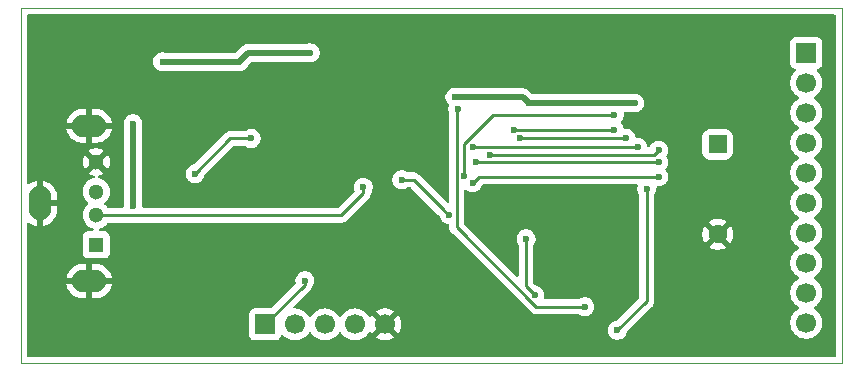
<source format=gbr>
%TF.GenerationSoftware,KiCad,Pcbnew,9.0.2*%
%TF.CreationDate,2025-10-23T03:25:40+03:00*%
%TF.ProjectId,stlinkv2,73746c69-6e6b-4763-922e-6b696361645f,rev?*%
%TF.SameCoordinates,Original*%
%TF.FileFunction,Copper,L2,Bot*%
%TF.FilePolarity,Positive*%
%FSLAX46Y46*%
G04 Gerber Fmt 4.6, Leading zero omitted, Abs format (unit mm)*
G04 Created by KiCad (PCBNEW 9.0.2) date 2025-10-23 03:25:40*
%MOMM*%
%LPD*%
G01*
G04 APERTURE LIST*
G04 Aperture macros list*
%AMRoundRect*
0 Rectangle with rounded corners*
0 $1 Rounding radius*
0 $2 $3 $4 $5 $6 $7 $8 $9 X,Y pos of 4 corners*
0 Add a 4 corners polygon primitive as box body*
4,1,4,$2,$3,$4,$5,$6,$7,$8,$9,$2,$3,0*
0 Add four circle primitives for the rounded corners*
1,1,$1+$1,$2,$3*
1,1,$1+$1,$4,$5*
1,1,$1+$1,$6,$7*
1,1,$1+$1,$8,$9*
0 Add four rect primitives between the rounded corners*
20,1,$1+$1,$2,$3,$4,$5,0*
20,1,$1+$1,$4,$5,$6,$7,0*
20,1,$1+$1,$6,$7,$8,$9,0*
20,1,$1+$1,$8,$9,$2,$3,0*%
G04 Aperture macros list end*
%TA.AperFunction,ComponentPad*%
%ADD10R,1.300000X1.300000*%
%TD*%
%TA.AperFunction,ComponentPad*%
%ADD11C,1.300000*%
%TD*%
%TA.AperFunction,ComponentPad*%
%ADD12O,2.900000X1.900000*%
%TD*%
%TA.AperFunction,ComponentPad*%
%ADD13O,1.900000X2.900000*%
%TD*%
%TA.AperFunction,ComponentPad*%
%ADD14R,1.700000X1.700000*%
%TD*%
%TA.AperFunction,ComponentPad*%
%ADD15C,1.700000*%
%TD*%
%TA.AperFunction,ComponentPad*%
%ADD16RoundRect,0.250000X-0.550000X0.550000X-0.550000X-0.550000X0.550000X-0.550000X0.550000X0.550000X0*%
%TD*%
%TA.AperFunction,ComponentPad*%
%ADD17C,1.600000*%
%TD*%
%TA.AperFunction,ViaPad*%
%ADD18C,0.600000*%
%TD*%
%TA.AperFunction,Conductor*%
%ADD19C,0.250000*%
%TD*%
%TA.AperFunction,Conductor*%
%ADD20C,0.500000*%
%TD*%
%TA.AperFunction,Profile*%
%ADD21C,0.050000*%
%TD*%
G04 APERTURE END LIST*
D10*
%TO.P,J4,1,VBUS*%
%TO.N,VBUS*%
X57385000Y-39000000D03*
D11*
%TO.P,J4,2,D-*%
%TO.N,D-*%
X57385000Y-36500000D03*
%TO.P,J4,3,D+*%
%TO.N,D+*%
X57385000Y-34500000D03*
%TO.P,J4,4,GND*%
%TO.N,GND*%
X57385000Y-32000000D03*
D12*
%TO.P,J4,5,Shield*%
X56785000Y-42070000D03*
D13*
X52605000Y-35500000D03*
D12*
X56785000Y-28930000D03*
%TD*%
D14*
%TO.P,J2,1,Pin_1*%
%TO.N,+3.3V*%
X71670000Y-45750000D03*
D15*
%TO.P,J2,2,Pin_2*%
%TO.N,DIO*%
X74210000Y-45750000D03*
%TO.P,J2,3,Pin_3*%
%TO.N,CLK*%
X76750000Y-45750000D03*
%TO.P,J2,4,Pin_4*%
%TO.N,B0*%
X79290000Y-45750000D03*
%TO.P,J2,5,Pin_5*%
%TO.N,GND*%
X81830000Y-45750000D03*
%TD*%
D14*
%TO.P,J1,1,Pin_1*%
%TO.N,+5V*%
X117500000Y-22750000D03*
D15*
%TO.P,J1,2,Pin_2*%
%TO.N,+3.3V*%
X117500000Y-25290000D03*
%TO.P,J1,3,Pin_3*%
%TO.N,T_PWR*%
X117500000Y-27830000D03*
%TO.P,J1,4,Pin_4*%
%TO.N,Net-(J1-Pin_4)*%
X117500000Y-30370000D03*
%TO.P,J1,5,Pin_5*%
%TO.N,T_CLK*%
X117500000Y-32910000D03*
%TO.P,J1,6,Pin_6*%
%TO.N,T_DIO*%
X117500000Y-35450000D03*
%TO.P,J1,7,Pin_7*%
%TO.N,T_SWO*%
X117500000Y-37990000D03*
%TO.P,J1,8,Pin_8*%
%TO.N,T_RST*%
X117500000Y-40530000D03*
%TO.P,J1,9,Pin_9*%
%TO.N,T_TX*%
X117500000Y-43070000D03*
%TO.P,J1,10,Pin_10*%
%TO.N,T_RX*%
X117500000Y-45610000D03*
%TD*%
D16*
%TO.P,SW1,1,A*%
%TO.N,Net-(J1-Pin_4)*%
X110000000Y-30500000D03*
D17*
%TO.P,SW1,2,B*%
%TO.N,GND*%
X110000000Y-38120000D03*
%TD*%
D18*
%TO.N,GND*%
X85750000Y-27500000D03*
X76500000Y-25000000D03*
X89500000Y-35500000D03*
X83250000Y-37250000D03*
X86250000Y-24250000D03*
X86750000Y-32500000D03*
X91250000Y-39000000D03*
X91250000Y-35500000D03*
%TO.N,+3.3V*%
X93775000Y-38500000D03*
X87750000Y-26500000D03*
X97250000Y-27000000D03*
X103000000Y-27000000D03*
X75049209Y-42049209D03*
X93987500Y-27012500D03*
X94500000Y-43250000D03*
%TO.N,+5V*%
X63000000Y-23500000D03*
X75500000Y-22750000D03*
X69500000Y-23500000D03*
%TO.N,LED*%
X101250000Y-28000000D03*
X88500000Y-33145000D03*
%TO.N,VBUS*%
X60500000Y-35750000D03*
X60500000Y-28750000D03*
%TO.N,T_TX*%
X93250000Y-30000000D03*
X102250000Y-30000000D03*
%TO.N,T_SWO*%
X89250000Y-33750000D03*
X105000000Y-33250000D03*
%TO.N,T_CLK*%
X90750000Y-31395000D03*
X105000000Y-31000000D03*
%TO.N,T_RX*%
X92750000Y-29250000D03*
X101250000Y-29250000D03*
%TO.N,T_DIO*%
X89500000Y-32000000D03*
X105000000Y-32000000D03*
%TO.N,T_RST*%
X103250000Y-30750000D03*
X89250000Y-30750000D03*
%TO.N,D-*%
X80000000Y-34145000D03*
%TO.N,T_PWR*%
X101500000Y-46250000D03*
X104000000Y-34250000D03*
%TO.N,Net-(JP1-C)*%
X88000000Y-27500000D03*
X98750000Y-44250000D03*
%TO.N,Net-(Q1-E)*%
X65750000Y-33000000D03*
X70500000Y-30000000D03*
%TO.N,RENUM*%
X87289000Y-36445000D03*
X83250000Y-33500000D03*
%TD*%
D19*
%TO.N,GND*%
X89500000Y-35500000D02*
X91250000Y-35500000D01*
X91250000Y-35500000D02*
X91250000Y-39000000D01*
D20*
%TO.N,+3.3V*%
X87750000Y-26500000D02*
X93475000Y-26500000D01*
D19*
X75049209Y-42370791D02*
X71670000Y-45750000D01*
X97237500Y-27012500D02*
X93987500Y-27012500D01*
D20*
X93475000Y-26500000D02*
X93987500Y-27012500D01*
D19*
X75049209Y-42049209D02*
X75049209Y-42370791D01*
X97250000Y-27000000D02*
X97237500Y-27012500D01*
X93775000Y-42525000D02*
X93775000Y-38500000D01*
X94500000Y-43250000D02*
X93775000Y-42525000D01*
D20*
X93987500Y-27012500D02*
X102987500Y-27012500D01*
D19*
X103000000Y-27000000D02*
X97250000Y-27000000D01*
D20*
X102987500Y-27012500D02*
X103000000Y-27000000D01*
%TO.N,+5V*%
X69500000Y-23500000D02*
X70250000Y-22750000D01*
X70250000Y-22750000D02*
X75500000Y-22750000D01*
X63000000Y-23500000D02*
X69500000Y-23500000D01*
D19*
%TO.N,LED*%
X91000000Y-28000000D02*
X101250000Y-28000000D01*
X88500000Y-30500000D02*
X91000000Y-28000000D01*
X88500000Y-33145000D02*
X88500000Y-30500000D01*
D20*
%TO.N,VBUS*%
X60500000Y-28750000D02*
X60500000Y-35750000D01*
D19*
%TO.N,T_TX*%
X102250000Y-30000000D02*
X93250000Y-30000000D01*
%TO.N,T_SWO*%
X89750000Y-33250000D02*
X105000000Y-33250000D01*
X89250000Y-33750000D02*
X89750000Y-33250000D01*
%TO.N,T_CLK*%
X104605000Y-31395000D02*
X90750000Y-31395000D01*
X105000000Y-31000000D02*
X104605000Y-31395000D01*
%TO.N,T_RX*%
X101250000Y-29250000D02*
X92750000Y-29250000D01*
%TO.N,T_DIO*%
X89500000Y-32000000D02*
X105000000Y-32000000D01*
%TO.N,T_RST*%
X103250000Y-30750000D02*
X89250000Y-30750000D01*
%TO.N,D-*%
X78145000Y-36500000D02*
X57385000Y-36500000D01*
X80000000Y-34645000D02*
X78145000Y-36500000D01*
X80000000Y-34145000D02*
X80000000Y-34645000D01*
%TO.N,T_PWR*%
X104000000Y-43750000D02*
X101500000Y-46250000D01*
X104000000Y-34250000D02*
X104000000Y-43750000D01*
%TO.N,Net-(JP1-C)*%
X87894000Y-27606000D02*
X87894000Y-37501014D01*
X87894000Y-37501014D02*
X94642986Y-44250000D01*
X88000000Y-27500000D02*
X87894000Y-27606000D01*
X94642986Y-44250000D02*
X98750000Y-44250000D01*
%TO.N,Net-(Q1-E)*%
X70500000Y-30000000D02*
X68750000Y-30000000D01*
X68750000Y-30000000D02*
X65750000Y-33000000D01*
%TO.N,RENUM*%
X87196414Y-36445000D02*
X86751414Y-36000000D01*
X86750000Y-36000000D02*
X84250000Y-33500000D01*
X84250000Y-33500000D02*
X83250000Y-33500000D01*
X87289000Y-36445000D02*
X87196414Y-36445000D01*
X86751414Y-36000000D02*
X86750000Y-36000000D01*
%TD*%
%TA.AperFunction,Conductor*%
%TO.N,GND*%
G36*
X119942539Y-19520185D02*
G01*
X119988294Y-19572989D01*
X119999500Y-19624500D01*
X119999500Y-48375500D01*
X119979815Y-48442539D01*
X119927011Y-48488294D01*
X119875500Y-48499500D01*
X51624500Y-48499500D01*
X51557461Y-48479815D01*
X51511706Y-48427011D01*
X51500500Y-48375500D01*
X51500500Y-44852135D01*
X70319500Y-44852135D01*
X70319500Y-46647870D01*
X70319501Y-46647876D01*
X70325908Y-46707483D01*
X70376202Y-46842328D01*
X70376206Y-46842335D01*
X70462452Y-46957544D01*
X70462455Y-46957547D01*
X70577664Y-47043793D01*
X70577671Y-47043797D01*
X70712517Y-47094091D01*
X70712516Y-47094091D01*
X70719444Y-47094835D01*
X70772127Y-47100500D01*
X72567872Y-47100499D01*
X72627483Y-47094091D01*
X72762331Y-47043796D01*
X72877546Y-46957546D01*
X72963796Y-46842331D01*
X73012810Y-46710916D01*
X73054681Y-46654984D01*
X73120145Y-46630566D01*
X73188418Y-46645417D01*
X73216673Y-46666569D01*
X73330213Y-46780109D01*
X73502179Y-46905048D01*
X73502181Y-46905049D01*
X73502184Y-46905051D01*
X73691588Y-47001557D01*
X73893757Y-47067246D01*
X74103713Y-47100500D01*
X74103714Y-47100500D01*
X74316286Y-47100500D01*
X74316287Y-47100500D01*
X74526243Y-47067246D01*
X74728412Y-47001557D01*
X74917816Y-46905051D01*
X75004138Y-46842335D01*
X75089786Y-46780109D01*
X75089788Y-46780106D01*
X75089792Y-46780104D01*
X75240104Y-46629792D01*
X75240106Y-46629788D01*
X75240109Y-46629786D01*
X75365048Y-46457820D01*
X75365047Y-46457820D01*
X75365051Y-46457816D01*
X75369514Y-46449054D01*
X75417488Y-46398259D01*
X75485308Y-46381463D01*
X75551444Y-46403999D01*
X75590486Y-46449056D01*
X75594951Y-46457820D01*
X75719890Y-46629786D01*
X75870213Y-46780109D01*
X76042179Y-46905048D01*
X76042181Y-46905049D01*
X76042184Y-46905051D01*
X76231588Y-47001557D01*
X76433757Y-47067246D01*
X76643713Y-47100500D01*
X76643714Y-47100500D01*
X76856286Y-47100500D01*
X76856287Y-47100500D01*
X77066243Y-47067246D01*
X77268412Y-47001557D01*
X77457816Y-46905051D01*
X77544138Y-46842335D01*
X77629786Y-46780109D01*
X77629788Y-46780106D01*
X77629792Y-46780104D01*
X77780104Y-46629792D01*
X77780106Y-46629788D01*
X77780109Y-46629786D01*
X77905048Y-46457820D01*
X77905047Y-46457820D01*
X77905051Y-46457816D01*
X77909514Y-46449054D01*
X77957488Y-46398259D01*
X78025308Y-46381463D01*
X78091444Y-46403999D01*
X78130486Y-46449056D01*
X78134951Y-46457820D01*
X78259890Y-46629786D01*
X78410213Y-46780109D01*
X78582179Y-46905048D01*
X78582181Y-46905049D01*
X78582184Y-46905051D01*
X78771588Y-47001557D01*
X78973757Y-47067246D01*
X79183713Y-47100500D01*
X79183714Y-47100500D01*
X79396286Y-47100500D01*
X79396287Y-47100500D01*
X79606243Y-47067246D01*
X79808412Y-47001557D01*
X79997816Y-46905051D01*
X80084138Y-46842335D01*
X80169786Y-46780109D01*
X80169788Y-46780106D01*
X80169792Y-46780104D01*
X80320104Y-46629792D01*
X80320106Y-46629788D01*
X80320109Y-46629786D01*
X80405890Y-46511717D01*
X80445051Y-46457816D01*
X80449793Y-46448508D01*
X80497763Y-46397711D01*
X80565583Y-46380911D01*
X80631719Y-46403445D01*
X80670763Y-46448500D01*
X80675373Y-46457547D01*
X80714728Y-46511716D01*
X81347037Y-45879408D01*
X81364075Y-45942993D01*
X81429901Y-46057007D01*
X81522993Y-46150099D01*
X81637007Y-46215925D01*
X81700590Y-46232962D01*
X81068282Y-46865269D01*
X81068282Y-46865270D01*
X81122449Y-46904624D01*
X81311782Y-47001095D01*
X81513870Y-47066757D01*
X81723754Y-47100000D01*
X81936246Y-47100000D01*
X82146127Y-47066757D01*
X82146130Y-47066757D01*
X82348217Y-47001095D01*
X82537554Y-46904622D01*
X82591716Y-46865270D01*
X82591717Y-46865270D01*
X81959408Y-46232962D01*
X82022993Y-46215925D01*
X82137007Y-46150099D01*
X82230099Y-46057007D01*
X82295925Y-45942993D01*
X82312962Y-45879408D01*
X82945270Y-46511717D01*
X82945270Y-46511716D01*
X82984622Y-46457554D01*
X83081095Y-46268217D01*
X83146757Y-46066130D01*
X83146757Y-46066127D01*
X83180000Y-45856246D01*
X83180000Y-45643753D01*
X83146757Y-45433872D01*
X83146757Y-45433869D01*
X83081095Y-45231782D01*
X82984624Y-45042449D01*
X82945270Y-44988282D01*
X82945269Y-44988282D01*
X82312962Y-45620590D01*
X82295925Y-45557007D01*
X82230099Y-45442993D01*
X82137007Y-45349901D01*
X82022993Y-45284075D01*
X81959409Y-45267037D01*
X82591716Y-44634728D01*
X82537550Y-44595375D01*
X82348217Y-44498904D01*
X82146129Y-44433242D01*
X81936246Y-44400000D01*
X81723754Y-44400000D01*
X81513872Y-44433242D01*
X81513869Y-44433242D01*
X81311782Y-44498904D01*
X81122439Y-44595380D01*
X81068282Y-44634727D01*
X81068282Y-44634728D01*
X81700591Y-45267037D01*
X81637007Y-45284075D01*
X81522993Y-45349901D01*
X81429901Y-45442993D01*
X81364075Y-45557007D01*
X81347037Y-45620591D01*
X80714728Y-44988282D01*
X80714727Y-44988282D01*
X80675380Y-45042440D01*
X80675376Y-45042446D01*
X80670760Y-45051505D01*
X80622781Y-45102297D01*
X80554959Y-45119087D01*
X80488826Y-45096543D01*
X80449794Y-45051493D01*
X80445051Y-45042184D01*
X80445049Y-45042181D01*
X80445048Y-45042179D01*
X80320109Y-44870213D01*
X80169786Y-44719890D01*
X79997820Y-44594951D01*
X79808414Y-44498444D01*
X79808413Y-44498443D01*
X79808412Y-44498443D01*
X79606243Y-44432754D01*
X79606241Y-44432753D01*
X79606240Y-44432753D01*
X79444957Y-44407208D01*
X79396287Y-44399500D01*
X79183713Y-44399500D01*
X79135042Y-44407208D01*
X78973760Y-44432753D01*
X78872672Y-44465598D01*
X78817612Y-44483489D01*
X78771585Y-44498444D01*
X78582179Y-44594951D01*
X78410213Y-44719890D01*
X78259890Y-44870213D01*
X78134949Y-45042182D01*
X78130484Y-45050946D01*
X78082509Y-45101742D01*
X78014688Y-45118536D01*
X77948553Y-45095998D01*
X77909516Y-45050946D01*
X77905050Y-45042182D01*
X77780109Y-44870213D01*
X77629786Y-44719890D01*
X77457820Y-44594951D01*
X77268414Y-44498444D01*
X77268413Y-44498443D01*
X77268412Y-44498443D01*
X77066243Y-44432754D01*
X77066241Y-44432753D01*
X77066240Y-44432753D01*
X76904957Y-44407208D01*
X76856287Y-44399500D01*
X76643713Y-44399500D01*
X76595042Y-44407208D01*
X76433760Y-44432753D01*
X76332672Y-44465598D01*
X76277612Y-44483489D01*
X76231585Y-44498444D01*
X76042179Y-44594951D01*
X75870213Y-44719890D01*
X75719890Y-44870213D01*
X75594949Y-45042182D01*
X75590484Y-45050946D01*
X75542509Y-45101742D01*
X75474688Y-45118536D01*
X75408553Y-45095998D01*
X75369516Y-45050946D01*
X75365050Y-45042182D01*
X75240109Y-44870213D01*
X75089786Y-44719890D01*
X74917820Y-44594951D01*
X74728414Y-44498444D01*
X74728413Y-44498443D01*
X74728412Y-44498443D01*
X74526243Y-44432754D01*
X74526241Y-44432753D01*
X74526240Y-44432753D01*
X74364957Y-44407208D01*
X74316287Y-44399500D01*
X74204451Y-44399500D01*
X74137412Y-44379815D01*
X74091657Y-44327011D01*
X74081713Y-44257853D01*
X74110738Y-44194297D01*
X74116770Y-44187819D01*
X74777361Y-43527228D01*
X75447938Y-42856651D01*
X75447942Y-42856649D01*
X75535067Y-42769524D01*
X75603520Y-42667077D01*
X75622436Y-42621407D01*
X75649316Y-42581179D01*
X75670998Y-42559498D01*
X75758603Y-42428388D01*
X75758604Y-42428383D01*
X75758609Y-42428376D01*
X75818944Y-42282710D01*
X75818946Y-42282706D01*
X75849709Y-42128051D01*
X75849709Y-41970367D01*
X75849709Y-41970364D01*
X75849708Y-41970362D01*
X75838686Y-41914951D01*
X75818946Y-41815712D01*
X75804799Y-41781557D01*
X75758606Y-41670036D01*
X75758599Y-41670023D01*
X75670998Y-41538920D01*
X75670995Y-41538916D01*
X75559501Y-41427422D01*
X75559497Y-41427419D01*
X75428394Y-41339818D01*
X75428381Y-41339811D01*
X75282710Y-41279473D01*
X75282698Y-41279470D01*
X75128054Y-41248709D01*
X75128051Y-41248709D01*
X74970367Y-41248709D01*
X74970364Y-41248709D01*
X74815719Y-41279470D01*
X74815707Y-41279473D01*
X74670036Y-41339811D01*
X74670023Y-41339818D01*
X74538920Y-41427419D01*
X74538916Y-41427422D01*
X74427422Y-41538916D01*
X74427419Y-41538920D01*
X74339818Y-41670023D01*
X74339811Y-41670036D01*
X74279473Y-41815707D01*
X74279470Y-41815719D01*
X74248709Y-41970362D01*
X74248709Y-41970367D01*
X74248709Y-42128051D01*
X74248710Y-42128055D01*
X74262100Y-42195374D01*
X74255871Y-42264965D01*
X74228163Y-42307245D01*
X72172227Y-44363181D01*
X72110904Y-44396666D01*
X72084546Y-44399500D01*
X70772129Y-44399500D01*
X70772123Y-44399501D01*
X70712516Y-44405908D01*
X70577671Y-44456202D01*
X70577664Y-44456206D01*
X70462455Y-44542452D01*
X70462452Y-44542455D01*
X70376206Y-44657664D01*
X70376202Y-44657671D01*
X70325908Y-44792517D01*
X70319501Y-44852116D01*
X70319500Y-44852135D01*
X51500500Y-44852135D01*
X51500500Y-41820000D01*
X54856522Y-41820000D01*
X55684999Y-41820000D01*
X55659979Y-41880402D01*
X55635000Y-42005981D01*
X55635000Y-42134019D01*
X55659979Y-42259598D01*
X55684999Y-42320000D01*
X54856522Y-42320000D01*
X54870704Y-42409544D01*
X54941230Y-42626604D01*
X55044849Y-42829966D01*
X55179004Y-43014614D01*
X55340385Y-43175995D01*
X55525033Y-43310150D01*
X55728395Y-43413769D01*
X55945455Y-43484295D01*
X56170884Y-43520000D01*
X56535000Y-43520000D01*
X56535000Y-42720000D01*
X57035000Y-42720000D01*
X57035000Y-43520000D01*
X57399116Y-43520000D01*
X57624544Y-43484295D01*
X57841604Y-43413769D01*
X58044966Y-43310150D01*
X58229614Y-43175995D01*
X58390995Y-43014614D01*
X58525150Y-42829966D01*
X58628769Y-42626604D01*
X58699295Y-42409544D01*
X58713478Y-42320000D01*
X57885001Y-42320000D01*
X57910021Y-42259598D01*
X57935000Y-42134019D01*
X57935000Y-42005981D01*
X57910021Y-41880402D01*
X57885001Y-41820000D01*
X58713478Y-41820000D01*
X58699295Y-41730455D01*
X58628769Y-41513395D01*
X58525150Y-41310033D01*
X58390995Y-41125385D01*
X58229614Y-40964004D01*
X58044966Y-40829849D01*
X57841604Y-40726230D01*
X57624544Y-40655704D01*
X57399116Y-40620000D01*
X57035000Y-40620000D01*
X57035000Y-41420000D01*
X56535000Y-41420000D01*
X56535000Y-40620000D01*
X56170884Y-40620000D01*
X55945455Y-40655704D01*
X55728395Y-40726230D01*
X55525033Y-40829849D01*
X55340385Y-40964004D01*
X55179004Y-41125385D01*
X55044849Y-41310033D01*
X54941230Y-41513395D01*
X54870704Y-41730455D01*
X54856522Y-41820000D01*
X51500500Y-41820000D01*
X51500500Y-37233196D01*
X51520185Y-37166157D01*
X51572989Y-37120402D01*
X51642147Y-37110458D01*
X51697386Y-37132878D01*
X51845033Y-37240150D01*
X52048395Y-37343769D01*
X52265455Y-37414295D01*
X52355000Y-37428478D01*
X52355000Y-36600001D01*
X52415402Y-36625021D01*
X52540981Y-36650000D01*
X52669019Y-36650000D01*
X52794598Y-36625021D01*
X52855000Y-36600001D01*
X52855000Y-37428477D01*
X52944544Y-37414295D01*
X53161604Y-37343769D01*
X53364966Y-37240150D01*
X53549614Y-37105995D01*
X53710995Y-36944614D01*
X53845150Y-36759966D01*
X53948769Y-36556604D01*
X54019295Y-36339544D01*
X54055000Y-36114116D01*
X54055000Y-35750000D01*
X53255000Y-35750000D01*
X53255000Y-35250000D01*
X54055000Y-35250000D01*
X54055000Y-34885883D01*
X54019295Y-34660455D01*
X53948768Y-34443393D01*
X53931472Y-34409448D01*
X56234500Y-34409448D01*
X56234500Y-34590551D01*
X56262829Y-34769410D01*
X56318787Y-34941636D01*
X56318788Y-34941639D01*
X56401006Y-35102997D01*
X56507441Y-35249494D01*
X56507445Y-35249499D01*
X56635500Y-35377554D01*
X56665956Y-35399682D01*
X56708621Y-35455013D01*
X56714600Y-35524626D01*
X56681994Y-35586421D01*
X56665956Y-35600318D01*
X56635500Y-35622445D01*
X56507445Y-35750500D01*
X56507441Y-35750505D01*
X56401006Y-35897002D01*
X56318788Y-36058360D01*
X56318787Y-36058363D01*
X56262829Y-36230589D01*
X56234500Y-36409448D01*
X56234500Y-36590551D01*
X56262829Y-36769410D01*
X56318787Y-36941636D01*
X56318788Y-36941639D01*
X56401006Y-37102997D01*
X56507441Y-37249494D01*
X56507445Y-37249499D01*
X56635500Y-37377554D01*
X56635505Y-37377558D01*
X56719584Y-37438644D01*
X56782006Y-37483996D01*
X56887484Y-37537740D01*
X56943360Y-37566211D01*
X56943366Y-37566213D01*
X57070650Y-37607569D01*
X57128326Y-37647006D01*
X57155525Y-37711364D01*
X57143611Y-37780210D01*
X57096367Y-37831687D01*
X57032333Y-37849500D01*
X56687130Y-37849500D01*
X56687123Y-37849501D01*
X56627516Y-37855908D01*
X56492671Y-37906202D01*
X56492664Y-37906206D01*
X56377455Y-37992452D01*
X56377452Y-37992455D01*
X56291206Y-38107664D01*
X56291202Y-38107671D01*
X56240908Y-38242517D01*
X56234501Y-38302116D01*
X56234501Y-38302123D01*
X56234500Y-38302135D01*
X56234500Y-39697870D01*
X56234501Y-39697876D01*
X56240908Y-39757483D01*
X56291202Y-39892328D01*
X56291206Y-39892335D01*
X56377452Y-40007544D01*
X56377455Y-40007547D01*
X56492664Y-40093793D01*
X56492671Y-40093797D01*
X56627517Y-40144091D01*
X56627516Y-40144091D01*
X56634444Y-40144835D01*
X56687127Y-40150500D01*
X58082872Y-40150499D01*
X58142483Y-40144091D01*
X58277331Y-40093796D01*
X58392546Y-40007546D01*
X58478796Y-39892331D01*
X58529091Y-39757483D01*
X58535500Y-39697873D01*
X58535499Y-38302128D01*
X58529091Y-38242517D01*
X58503036Y-38172661D01*
X58478797Y-38107671D01*
X58478793Y-38107664D01*
X58392547Y-37992455D01*
X58392544Y-37992452D01*
X58277335Y-37906206D01*
X58277328Y-37906202D01*
X58142482Y-37855908D01*
X58142483Y-37855908D01*
X58082883Y-37849501D01*
X58082881Y-37849500D01*
X58082873Y-37849500D01*
X58082865Y-37849500D01*
X57737668Y-37849500D01*
X57670629Y-37829815D01*
X57624874Y-37777011D01*
X57614930Y-37707853D01*
X57643955Y-37644297D01*
X57699351Y-37607569D01*
X57826633Y-37566213D01*
X57826639Y-37566211D01*
X57833685Y-37562621D01*
X57987994Y-37483996D01*
X58134501Y-37377553D01*
X58262553Y-37249501D01*
X58315509Y-37176613D01*
X58370838Y-37133949D01*
X58415826Y-37125500D01*
X78206607Y-37125500D01*
X78267029Y-37113481D01*
X78327452Y-37101463D01*
X78360792Y-37087652D01*
X78441286Y-37054312D01*
X78499884Y-37015157D01*
X78543733Y-36985858D01*
X78630858Y-36898733D01*
X78630859Y-36898730D01*
X78637925Y-36891665D01*
X78637928Y-36891661D01*
X80398729Y-35130860D01*
X80398733Y-35130858D01*
X80485858Y-35043733D01*
X80520084Y-34992509D01*
X80554312Y-34941286D01*
X80601463Y-34827451D01*
X80625500Y-34706607D01*
X80625500Y-34687350D01*
X80645185Y-34620311D01*
X80646398Y-34618459D01*
X80646809Y-34617843D01*
X80709394Y-34524179D01*
X80769737Y-34378497D01*
X80800500Y-34223842D01*
X80800500Y-34066158D01*
X80800500Y-34066155D01*
X80800499Y-34066153D01*
X80784058Y-33983498D01*
X80769737Y-33911503D01*
X80751354Y-33867121D01*
X80709397Y-33765827D01*
X80709390Y-33765814D01*
X80621789Y-33634711D01*
X80621786Y-33634707D01*
X80510292Y-33523213D01*
X80510284Y-33523207D01*
X80502792Y-33518201D01*
X80502742Y-33518168D01*
X80379185Y-33435609D01*
X80379172Y-33435602D01*
X80344289Y-33421153D01*
X82449500Y-33421153D01*
X82449500Y-33578846D01*
X82480261Y-33733489D01*
X82480264Y-33733501D01*
X82540602Y-33879172D01*
X82540609Y-33879185D01*
X82628210Y-34010288D01*
X82628213Y-34010292D01*
X82739707Y-34121786D01*
X82739711Y-34121789D01*
X82870814Y-34209390D01*
X82870827Y-34209397D01*
X83016498Y-34269735D01*
X83016503Y-34269737D01*
X83171153Y-34300499D01*
X83171156Y-34300500D01*
X83171158Y-34300500D01*
X83328844Y-34300500D01*
X83328845Y-34300499D01*
X83483497Y-34269737D01*
X83629179Y-34209394D01*
X83723459Y-34146398D01*
X83741505Y-34140747D01*
X83757415Y-34130523D01*
X83788374Y-34126071D01*
X83790136Y-34125520D01*
X83792350Y-34125500D01*
X83939548Y-34125500D01*
X84006587Y-34145185D01*
X84027229Y-34161819D01*
X86261016Y-36395606D01*
X86261030Y-36395621D01*
X86264141Y-36398732D01*
X86264142Y-36398733D01*
X86351267Y-36485858D01*
X86351271Y-36485860D01*
X86354448Y-36488468D01*
X86363465Y-36496641D01*
X86486194Y-36619370D01*
X86515606Y-36673235D01*
X86517493Y-36672663D01*
X86519263Y-36678499D01*
X86579602Y-36824172D01*
X86579609Y-36824185D01*
X86667210Y-36955288D01*
X86667213Y-36955292D01*
X86778707Y-37066786D01*
X86778711Y-37066789D01*
X86909814Y-37154390D01*
X86909827Y-37154397D01*
X87055498Y-37214735D01*
X87055503Y-37214737D01*
X87114943Y-37226560D01*
X87168691Y-37237252D01*
X87230602Y-37269637D01*
X87265176Y-37330352D01*
X87268500Y-37358869D01*
X87268500Y-37562625D01*
X87292535Y-37683458D01*
X87292540Y-37683475D01*
X87339685Y-37797294D01*
X87339687Y-37797297D01*
X87339688Y-37797300D01*
X87373915Y-37848523D01*
X87408142Y-37899747D01*
X87495267Y-37986872D01*
X87495269Y-37986873D01*
X87505232Y-37996836D01*
X94244249Y-44735855D01*
X94244253Y-44735858D01*
X94346696Y-44804309D01*
X94346697Y-44804309D01*
X94346701Y-44804312D01*
X94400184Y-44826465D01*
X94460534Y-44851463D01*
X94480583Y-44855451D01*
X94489004Y-44857126D01*
X94581378Y-44875501D01*
X94581380Y-44875501D01*
X94710707Y-44875501D01*
X94710727Y-44875500D01*
X98207650Y-44875500D01*
X98274689Y-44895185D01*
X98276541Y-44896398D01*
X98370821Y-44959394D01*
X98370823Y-44959395D01*
X98370827Y-44959397D01*
X98440563Y-44988282D01*
X98516503Y-45019737D01*
X98671153Y-45050499D01*
X98671156Y-45050500D01*
X98671158Y-45050500D01*
X98828844Y-45050500D01*
X98828845Y-45050499D01*
X98983497Y-45019737D01*
X99129179Y-44959394D01*
X99260289Y-44871789D01*
X99371789Y-44760289D01*
X99459394Y-44629179D01*
X99519737Y-44483497D01*
X99550500Y-44328842D01*
X99550500Y-44171158D01*
X99550500Y-44171155D01*
X99550499Y-44171153D01*
X99531968Y-44077994D01*
X99519737Y-44016503D01*
X99484925Y-43932459D01*
X99459397Y-43870827D01*
X99459390Y-43870814D01*
X99371789Y-43739711D01*
X99371786Y-43739707D01*
X99260292Y-43628213D01*
X99260288Y-43628210D01*
X99129185Y-43540609D01*
X99129172Y-43540602D01*
X98983501Y-43480264D01*
X98983489Y-43480261D01*
X98828845Y-43449500D01*
X98828842Y-43449500D01*
X98671158Y-43449500D01*
X98671155Y-43449500D01*
X98516510Y-43480261D01*
X98516498Y-43480264D01*
X98370827Y-43540602D01*
X98370815Y-43540609D01*
X98276541Y-43603602D01*
X98209864Y-43624480D01*
X98207650Y-43624500D01*
X95392784Y-43624500D01*
X95325745Y-43604815D01*
X95279990Y-43552011D01*
X95270046Y-43482853D01*
X95271167Y-43476308D01*
X95300500Y-43328844D01*
X95300500Y-43171155D01*
X95300499Y-43171153D01*
X95269738Y-43016510D01*
X95269737Y-43016503D01*
X95247871Y-42963713D01*
X95209397Y-42870827D01*
X95209390Y-42870814D01*
X95121789Y-42739711D01*
X95121786Y-42739707D01*
X95010292Y-42628213D01*
X95010288Y-42628210D01*
X94879185Y-42540609D01*
X94879172Y-42540602D01*
X94733501Y-42480264D01*
X94733489Y-42480261D01*
X94622285Y-42458141D01*
X94605528Y-42449376D01*
X94587049Y-42445356D01*
X94562010Y-42426611D01*
X94560374Y-42425756D01*
X94558795Y-42424205D01*
X94436819Y-42302229D01*
X94403334Y-42240906D01*
X94400500Y-42214548D01*
X94400500Y-39042350D01*
X94420185Y-38975311D01*
X94421398Y-38973459D01*
X94421809Y-38972843D01*
X94484394Y-38879179D01*
X94544737Y-38733497D01*
X94575500Y-38578842D01*
X94575500Y-38421158D01*
X94575500Y-38421155D01*
X94575499Y-38421153D01*
X94552641Y-38306239D01*
X94544737Y-38266503D01*
X94505867Y-38172661D01*
X94484397Y-38120827D01*
X94484390Y-38120814D01*
X94396789Y-37989711D01*
X94396786Y-37989707D01*
X94285292Y-37878213D01*
X94285288Y-37878210D01*
X94154185Y-37790609D01*
X94154172Y-37790602D01*
X94008501Y-37730264D01*
X94008489Y-37730261D01*
X93853845Y-37699500D01*
X93853842Y-37699500D01*
X93696158Y-37699500D01*
X93696155Y-37699500D01*
X93541510Y-37730261D01*
X93541498Y-37730264D01*
X93395827Y-37790602D01*
X93395814Y-37790609D01*
X93264711Y-37878210D01*
X93264707Y-37878213D01*
X93153213Y-37989707D01*
X93153210Y-37989711D01*
X93065609Y-38120814D01*
X93065602Y-38120827D01*
X93005264Y-38266498D01*
X93005261Y-38266510D01*
X92974500Y-38421153D01*
X92974500Y-38578846D01*
X93005261Y-38733489D01*
X93005264Y-38733501D01*
X93065602Y-38879172D01*
X93065609Y-38879184D01*
X93128602Y-38973459D01*
X93149480Y-39040136D01*
X93149500Y-39042350D01*
X93149500Y-41572561D01*
X93129815Y-41639600D01*
X93077011Y-41685355D01*
X93007853Y-41695299D01*
X92944297Y-41666274D01*
X92937819Y-41660242D01*
X88555819Y-37278242D01*
X88522334Y-37216919D01*
X88519500Y-37190561D01*
X88519500Y-34450941D01*
X88539185Y-34383902D01*
X88591989Y-34338147D01*
X88661147Y-34328203D01*
X88724703Y-34357228D01*
X88731181Y-34363260D01*
X88739707Y-34371786D01*
X88739711Y-34371789D01*
X88870814Y-34459390D01*
X88870827Y-34459397D01*
X89016498Y-34519735D01*
X89016503Y-34519737D01*
X89171153Y-34550499D01*
X89171156Y-34550500D01*
X89171158Y-34550500D01*
X89328844Y-34550500D01*
X89328845Y-34550499D01*
X89483497Y-34519737D01*
X89629179Y-34459394D01*
X89760289Y-34371789D01*
X89871789Y-34260289D01*
X89959394Y-34129179D01*
X90019737Y-33983497D01*
X90021365Y-33975308D01*
X90053750Y-33913399D01*
X90114465Y-33878824D01*
X90142983Y-33875500D01*
X103107216Y-33875500D01*
X103174255Y-33895185D01*
X103220010Y-33947989D01*
X103229954Y-34017147D01*
X103228833Y-34023692D01*
X103199500Y-34171155D01*
X103199500Y-34328846D01*
X103230261Y-34483489D01*
X103230264Y-34483501D01*
X103290602Y-34629172D01*
X103290609Y-34629184D01*
X103353602Y-34723459D01*
X103374480Y-34790136D01*
X103374500Y-34792350D01*
X103374500Y-43439547D01*
X103354815Y-43506586D01*
X103338181Y-43527228D01*
X101441203Y-45424205D01*
X101379880Y-45457690D01*
X101377714Y-45458141D01*
X101266508Y-45480261D01*
X101266498Y-45480264D01*
X101120827Y-45540602D01*
X101120814Y-45540609D01*
X100989711Y-45628210D01*
X100989707Y-45628213D01*
X100878213Y-45739707D01*
X100878210Y-45739711D01*
X100790609Y-45870814D01*
X100790602Y-45870827D01*
X100730264Y-46016498D01*
X100730261Y-46016510D01*
X100699500Y-46171153D01*
X100699500Y-46328846D01*
X100730261Y-46483489D01*
X100730264Y-46483501D01*
X100790602Y-46629172D01*
X100790609Y-46629185D01*
X100878210Y-46760288D01*
X100878213Y-46760292D01*
X100989707Y-46871786D01*
X100989711Y-46871789D01*
X101120814Y-46959390D01*
X101120827Y-46959397D01*
X101222607Y-47001555D01*
X101266503Y-47019737D01*
X101387440Y-47043793D01*
X101421153Y-47050499D01*
X101421156Y-47050500D01*
X101421158Y-47050500D01*
X101578844Y-47050500D01*
X101578845Y-47050499D01*
X101733497Y-47019737D01*
X101879179Y-46959394D01*
X102010289Y-46871789D01*
X102121789Y-46760289D01*
X102209394Y-46629179D01*
X102269737Y-46483497D01*
X102291858Y-46372282D01*
X102324240Y-46310375D01*
X102325735Y-46308853D01*
X104398729Y-44235860D01*
X104398733Y-44235858D01*
X104485858Y-44148733D01*
X104538132Y-44070500D01*
X104554312Y-44046285D01*
X104594280Y-43949792D01*
X104601463Y-43932452D01*
X104613722Y-43870821D01*
X104620781Y-43835335D01*
X104620781Y-43835331D01*
X104625500Y-43811607D01*
X104625500Y-43688393D01*
X104625500Y-38017682D01*
X108700000Y-38017682D01*
X108700000Y-38222317D01*
X108732009Y-38424417D01*
X108795244Y-38619031D01*
X108888141Y-38801350D01*
X108888147Y-38801359D01*
X108920523Y-38845921D01*
X108920524Y-38845922D01*
X109600000Y-38166446D01*
X109600000Y-38172661D01*
X109627259Y-38274394D01*
X109679920Y-38365606D01*
X109754394Y-38440080D01*
X109845606Y-38492741D01*
X109947339Y-38520000D01*
X109953553Y-38520000D01*
X109274076Y-39199474D01*
X109318650Y-39231859D01*
X109500968Y-39324755D01*
X109695582Y-39387990D01*
X109897683Y-39420000D01*
X110102317Y-39420000D01*
X110304417Y-39387990D01*
X110499031Y-39324755D01*
X110681349Y-39231859D01*
X110725921Y-39199474D01*
X110046447Y-38520000D01*
X110052661Y-38520000D01*
X110154394Y-38492741D01*
X110245606Y-38440080D01*
X110320080Y-38365606D01*
X110372741Y-38274394D01*
X110400000Y-38172661D01*
X110400000Y-38166447D01*
X111079474Y-38845921D01*
X111111859Y-38801349D01*
X111204755Y-38619031D01*
X111267990Y-38424417D01*
X111300000Y-38222317D01*
X111300000Y-38017682D01*
X111267990Y-37815582D01*
X111204755Y-37620968D01*
X111111859Y-37438650D01*
X111079474Y-37394077D01*
X111079474Y-37394076D01*
X110400000Y-38073551D01*
X110400000Y-38067339D01*
X110372741Y-37965606D01*
X110320080Y-37874394D01*
X110245606Y-37799920D01*
X110154394Y-37747259D01*
X110052661Y-37720000D01*
X110046446Y-37720000D01*
X110725922Y-37040524D01*
X110725921Y-37040523D01*
X110681359Y-37008147D01*
X110681350Y-37008141D01*
X110499031Y-36915244D01*
X110304417Y-36852009D01*
X110102317Y-36820000D01*
X109897683Y-36820000D01*
X109695582Y-36852009D01*
X109500968Y-36915244D01*
X109318644Y-37008143D01*
X109274077Y-37040523D01*
X109274077Y-37040524D01*
X109953554Y-37720000D01*
X109947339Y-37720000D01*
X109845606Y-37747259D01*
X109754394Y-37799920D01*
X109679920Y-37874394D01*
X109627259Y-37965606D01*
X109600000Y-38067339D01*
X109600000Y-38073553D01*
X108920524Y-37394077D01*
X108920523Y-37394077D01*
X108888143Y-37438644D01*
X108795244Y-37620968D01*
X108732009Y-37815582D01*
X108700000Y-38017682D01*
X104625500Y-38017682D01*
X104625500Y-34792350D01*
X104645185Y-34725311D01*
X104646398Y-34723459D01*
X104688496Y-34660455D01*
X104709394Y-34629179D01*
X104769737Y-34483497D01*
X104800500Y-34328842D01*
X104800500Y-34174500D01*
X104820185Y-34107461D01*
X104872989Y-34061706D01*
X104924500Y-34050500D01*
X105078844Y-34050500D01*
X105078845Y-34050499D01*
X105233497Y-34019737D01*
X105379179Y-33959394D01*
X105510289Y-33871789D01*
X105621789Y-33760289D01*
X105709394Y-33629179D01*
X105712183Y-33622447D01*
X105730244Y-33578842D01*
X105769737Y-33483497D01*
X105800500Y-33328842D01*
X105800500Y-33171158D01*
X105800500Y-33171155D01*
X105800499Y-33171153D01*
X105782137Y-33078842D01*
X105769737Y-33016503D01*
X105768759Y-33014142D01*
X105709397Y-32870827D01*
X105709390Y-32870814D01*
X105621789Y-32739711D01*
X105621786Y-32739707D01*
X105594760Y-32712681D01*
X105561275Y-32651358D01*
X105566259Y-32581666D01*
X105594760Y-32537319D01*
X105621786Y-32510292D01*
X105621789Y-32510289D01*
X105709394Y-32379179D01*
X105769737Y-32233497D01*
X105800500Y-32078842D01*
X105800500Y-31921158D01*
X105800500Y-31921155D01*
X105800499Y-31921153D01*
X105792291Y-31879890D01*
X105769737Y-31766503D01*
X105743231Y-31702512D01*
X105709396Y-31620825D01*
X105709394Y-31620822D01*
X105709394Y-31620821D01*
X105674694Y-31568889D01*
X105653816Y-31502215D01*
X105672300Y-31434835D01*
X105674676Y-31431136D01*
X105709394Y-31379179D01*
X105769737Y-31233497D01*
X105800500Y-31078842D01*
X105800500Y-30921158D01*
X105800500Y-30921155D01*
X105800499Y-30921153D01*
X105769738Y-30766510D01*
X105769737Y-30766503D01*
X105753611Y-30727571D01*
X105709397Y-30620827D01*
X105709390Y-30620814D01*
X105621789Y-30489711D01*
X105621786Y-30489707D01*
X105510292Y-30378213D01*
X105510288Y-30378210D01*
X105379185Y-30290609D01*
X105379172Y-30290602D01*
X105233501Y-30230264D01*
X105233489Y-30230261D01*
X105078845Y-30199500D01*
X105078842Y-30199500D01*
X104921158Y-30199500D01*
X104921155Y-30199500D01*
X104766510Y-30230261D01*
X104766498Y-30230264D01*
X104620827Y-30290602D01*
X104620814Y-30290609D01*
X104489711Y-30378210D01*
X104489707Y-30378213D01*
X104378213Y-30489707D01*
X104378210Y-30489711D01*
X104290609Y-30620814D01*
X104290601Y-30620829D01*
X104278061Y-30651104D01*
X104234220Y-30705507D01*
X104167925Y-30727571D01*
X104100226Y-30710291D01*
X104052616Y-30659153D01*
X104041884Y-30627841D01*
X104019738Y-30516510D01*
X104019737Y-30516503D01*
X104017163Y-30510288D01*
X103959397Y-30370827D01*
X103959390Y-30370814D01*
X103871789Y-30239711D01*
X103871786Y-30239707D01*
X103760292Y-30128213D01*
X103760288Y-30128210D01*
X103629185Y-30040609D01*
X103629172Y-30040602D01*
X103558658Y-30011395D01*
X103483501Y-29980264D01*
X103483489Y-29980261D01*
X103328845Y-29949500D01*
X103328842Y-29949500D01*
X103171158Y-29949500D01*
X103171150Y-29949500D01*
X103170174Y-29949596D01*
X103169668Y-29949500D01*
X103165066Y-29949500D01*
X103165066Y-29948626D01*
X103101530Y-29936566D01*
X103062945Y-29899983D01*
X108699500Y-29899983D01*
X108699500Y-31100001D01*
X108699501Y-31100018D01*
X108710000Y-31202796D01*
X108710001Y-31202799D01*
X108765185Y-31369331D01*
X108765186Y-31369334D01*
X108857288Y-31518656D01*
X108981344Y-31642712D01*
X109130666Y-31734814D01*
X109297203Y-31789999D01*
X109399991Y-31800500D01*
X110600008Y-31800499D01*
X110702797Y-31789999D01*
X110869334Y-31734814D01*
X111018656Y-31642712D01*
X111142712Y-31518656D01*
X111234814Y-31369334D01*
X111289999Y-31202797D01*
X111300500Y-31100009D01*
X111300499Y-29899992D01*
X111299324Y-29888494D01*
X111289999Y-29797203D01*
X111289998Y-29797200D01*
X111277767Y-29760289D01*
X111234814Y-29630666D01*
X111142712Y-29481344D01*
X111018656Y-29357288D01*
X110920179Y-29296547D01*
X110869336Y-29265187D01*
X110869331Y-29265185D01*
X110867862Y-29264698D01*
X110702797Y-29210001D01*
X110702795Y-29210000D01*
X110600010Y-29199500D01*
X109399998Y-29199500D01*
X109399981Y-29199501D01*
X109297203Y-29210000D01*
X109297200Y-29210001D01*
X109130668Y-29265185D01*
X109130663Y-29265187D01*
X108981342Y-29357289D01*
X108857289Y-29481342D01*
X108765187Y-29630663D01*
X108765185Y-29630668D01*
X108754742Y-29662184D01*
X108710001Y-29797203D01*
X108710001Y-29797204D01*
X108710000Y-29797204D01*
X108699500Y-29899983D01*
X103062945Y-29899983D01*
X103050827Y-29888494D01*
X103036422Y-29850382D01*
X103019738Y-29766510D01*
X103019737Y-29766503D01*
X102963471Y-29630663D01*
X102959397Y-29620827D01*
X102959390Y-29620814D01*
X102871789Y-29489711D01*
X102871786Y-29489707D01*
X102760292Y-29378213D01*
X102760288Y-29378210D01*
X102629185Y-29290609D01*
X102629172Y-29290602D01*
X102483501Y-29230264D01*
X102483489Y-29230261D01*
X102328845Y-29199500D01*
X102328842Y-29199500D01*
X102171158Y-29199500D01*
X102171150Y-29199500D01*
X102170174Y-29199596D01*
X102169668Y-29199500D01*
X102165066Y-29199500D01*
X102165066Y-29198626D01*
X102101530Y-29186566D01*
X102050827Y-29138494D01*
X102036422Y-29100382D01*
X102023912Y-29037491D01*
X102019737Y-29016503D01*
X102006062Y-28983489D01*
X101959397Y-28870827D01*
X101959390Y-28870814D01*
X101871789Y-28739711D01*
X101871786Y-28739707D01*
X101844760Y-28712681D01*
X101811275Y-28651358D01*
X101816259Y-28581666D01*
X101844760Y-28537319D01*
X101871786Y-28510292D01*
X101871789Y-28510289D01*
X101959394Y-28379179D01*
X101962854Y-28370827D01*
X102017163Y-28239711D01*
X102019737Y-28233497D01*
X102050500Y-28078842D01*
X102050500Y-27921158D01*
X102050500Y-27921155D01*
X102048518Y-27911192D01*
X102054745Y-27841601D01*
X102097607Y-27786423D01*
X102163497Y-27763178D01*
X102170135Y-27763000D01*
X102725899Y-27763000D01*
X102761891Y-27768338D01*
X102766495Y-27769733D01*
X102766503Y-27769737D01*
X102850389Y-27786423D01*
X102921153Y-27800499D01*
X102921156Y-27800500D01*
X102921158Y-27800500D01*
X103078844Y-27800500D01*
X103078845Y-27800499D01*
X103233497Y-27769737D01*
X103379179Y-27709394D01*
X103510289Y-27621789D01*
X103621789Y-27510289D01*
X103709394Y-27379179D01*
X103711319Y-27374533D01*
X103732668Y-27322989D01*
X103769737Y-27233497D01*
X103800500Y-27078842D01*
X103800500Y-26921158D01*
X103800500Y-26921155D01*
X103800499Y-26921153D01*
X103769738Y-26766510D01*
X103769737Y-26766503D01*
X103756062Y-26733489D01*
X103709397Y-26620827D01*
X103709390Y-26620814D01*
X103621789Y-26489711D01*
X103621786Y-26489707D01*
X103510292Y-26378213D01*
X103510288Y-26378210D01*
X103379185Y-26290609D01*
X103379172Y-26290602D01*
X103233501Y-26230264D01*
X103233489Y-26230261D01*
X103078845Y-26199500D01*
X103078842Y-26199500D01*
X102921158Y-26199500D01*
X102921155Y-26199500D01*
X102766510Y-26230261D01*
X102766502Y-26230263D01*
X102712671Y-26252561D01*
X102665218Y-26262000D01*
X97584782Y-26262000D01*
X97537329Y-26252561D01*
X97483497Y-26230263D01*
X97483489Y-26230261D01*
X97328845Y-26199500D01*
X97328842Y-26199500D01*
X97171158Y-26199500D01*
X97171155Y-26199500D01*
X97016510Y-26230261D01*
X97016502Y-26230263D01*
X96962671Y-26252561D01*
X96915218Y-26262000D01*
X94349729Y-26262000D01*
X94282690Y-26242315D01*
X94262052Y-26225685D01*
X93953416Y-25917048D01*
X93953415Y-25917047D01*
X93953414Y-25917046D01*
X93879729Y-25867812D01*
X93879729Y-25867813D01*
X93830491Y-25834913D01*
X93693917Y-25778343D01*
X93693907Y-25778340D01*
X93548920Y-25749500D01*
X93548918Y-25749500D01*
X88054604Y-25749500D01*
X88007155Y-25740062D01*
X87983497Y-25730263D01*
X87983493Y-25730262D01*
X87983488Y-25730260D01*
X87828845Y-25699500D01*
X87828842Y-25699500D01*
X87671158Y-25699500D01*
X87671155Y-25699500D01*
X87516510Y-25730261D01*
X87516498Y-25730264D01*
X87370827Y-25790602D01*
X87370814Y-25790609D01*
X87239711Y-25878210D01*
X87239707Y-25878213D01*
X87128213Y-25989707D01*
X87128210Y-25989711D01*
X87040609Y-26120814D01*
X87040602Y-26120827D01*
X86980264Y-26266498D01*
X86980261Y-26266510D01*
X86949500Y-26421153D01*
X86949500Y-26578846D01*
X86980261Y-26733489D01*
X86980264Y-26733501D01*
X87040602Y-26879172D01*
X87040609Y-26879185D01*
X87128210Y-27010288D01*
X87128213Y-27010292D01*
X87216829Y-27098908D01*
X87250314Y-27160231D01*
X87245330Y-27229923D01*
X87243709Y-27234041D01*
X87230263Y-27266501D01*
X87230260Y-27266511D01*
X87199500Y-27421153D01*
X87199500Y-27578846D01*
X87230261Y-27733489D01*
X87230263Y-27733497D01*
X87259061Y-27803021D01*
X87268500Y-27850474D01*
X87268500Y-35334548D01*
X87248815Y-35401587D01*
X87196011Y-35447342D01*
X87126853Y-35457286D01*
X87063297Y-35428261D01*
X87056819Y-35422229D01*
X84743150Y-33108560D01*
X84735860Y-33101270D01*
X84735858Y-33101267D01*
X84648733Y-33014142D01*
X84597509Y-32979915D01*
X84546286Y-32945688D01*
X84546283Y-32945686D01*
X84546280Y-32945685D01*
X84470690Y-32914375D01*
X84470683Y-32914373D01*
X84463754Y-32911503D01*
X84432452Y-32898537D01*
X84372029Y-32886518D01*
X84367450Y-32885607D01*
X84367442Y-32885605D01*
X84311610Y-32874500D01*
X84311607Y-32874500D01*
X84311606Y-32874500D01*
X83792350Y-32874500D01*
X83725311Y-32854815D01*
X83723459Y-32853602D01*
X83629184Y-32790609D01*
X83629172Y-32790602D01*
X83483501Y-32730264D01*
X83483489Y-32730261D01*
X83328845Y-32699500D01*
X83328842Y-32699500D01*
X83171158Y-32699500D01*
X83171155Y-32699500D01*
X83016510Y-32730261D01*
X83016498Y-32730264D01*
X82870827Y-32790602D01*
X82870814Y-32790609D01*
X82739711Y-32878210D01*
X82739707Y-32878213D01*
X82628213Y-32989707D01*
X82628210Y-32989711D01*
X82540609Y-33120814D01*
X82540602Y-33120827D01*
X82480264Y-33266498D01*
X82480261Y-33266510D01*
X82449500Y-33421153D01*
X80344289Y-33421153D01*
X80233501Y-33375264D01*
X80233489Y-33375261D01*
X80078845Y-33344500D01*
X80078842Y-33344500D01*
X79921158Y-33344500D01*
X79921155Y-33344500D01*
X79766510Y-33375261D01*
X79766498Y-33375264D01*
X79620827Y-33435602D01*
X79620814Y-33435609D01*
X79489711Y-33523210D01*
X79489707Y-33523213D01*
X79378213Y-33634707D01*
X79378210Y-33634711D01*
X79290609Y-33765814D01*
X79290602Y-33765827D01*
X79230264Y-33911498D01*
X79230261Y-33911510D01*
X79199500Y-34066153D01*
X79199500Y-34223846D01*
X79230261Y-34378489D01*
X79230263Y-34378497D01*
X79242973Y-34409181D01*
X79250442Y-34478650D01*
X79219167Y-34541130D01*
X79216093Y-34544315D01*
X77922229Y-35838181D01*
X77860906Y-35871666D01*
X77834548Y-35874500D01*
X61424500Y-35874500D01*
X61357461Y-35854815D01*
X61311706Y-35802011D01*
X61300500Y-35750500D01*
X61300500Y-35671155D01*
X61300499Y-35671153D01*
X61269739Y-35516511D01*
X61269738Y-35516508D01*
X61269737Y-35516503D01*
X61259937Y-35492844D01*
X61250500Y-35445396D01*
X61250500Y-32921153D01*
X64949500Y-32921153D01*
X64949500Y-33078846D01*
X64980261Y-33233489D01*
X64980264Y-33233501D01*
X65040602Y-33379172D01*
X65040609Y-33379185D01*
X65128210Y-33510288D01*
X65128213Y-33510292D01*
X65239707Y-33621786D01*
X65239711Y-33621789D01*
X65370814Y-33709390D01*
X65370827Y-33709397D01*
X65516498Y-33769735D01*
X65516503Y-33769737D01*
X65617326Y-33789792D01*
X65671153Y-33800499D01*
X65671156Y-33800500D01*
X65671158Y-33800500D01*
X65828844Y-33800500D01*
X65828845Y-33800499D01*
X65983497Y-33769737D01*
X66129179Y-33709394D01*
X66260289Y-33621789D01*
X66371789Y-33510289D01*
X66459394Y-33379179D01*
X66519737Y-33233497D01*
X66541858Y-33122282D01*
X66574240Y-33060375D01*
X66575734Y-33058854D01*
X68972772Y-30661819D01*
X69034095Y-30628334D01*
X69060453Y-30625500D01*
X69957650Y-30625500D01*
X70024689Y-30645185D01*
X70026541Y-30646398D01*
X70120821Y-30709394D01*
X70120823Y-30709395D01*
X70120827Y-30709397D01*
X70164704Y-30727571D01*
X70266503Y-30769737D01*
X70421153Y-30800499D01*
X70421156Y-30800500D01*
X70421158Y-30800500D01*
X70578844Y-30800500D01*
X70578845Y-30800499D01*
X70733497Y-30769737D01*
X70846166Y-30723067D01*
X70879172Y-30709397D01*
X70879172Y-30709396D01*
X70879179Y-30709394D01*
X71010289Y-30621789D01*
X71121789Y-30510289D01*
X71209394Y-30379179D01*
X71212854Y-30370827D01*
X71223843Y-30344295D01*
X71269737Y-30233497D01*
X71300500Y-30078842D01*
X71300500Y-29921158D01*
X71300500Y-29921155D01*
X71300499Y-29921153D01*
X71290679Y-29871786D01*
X71269737Y-29766503D01*
X71213471Y-29630663D01*
X71209397Y-29620827D01*
X71209390Y-29620814D01*
X71121789Y-29489711D01*
X71121786Y-29489707D01*
X71010292Y-29378213D01*
X71010288Y-29378210D01*
X70879185Y-29290609D01*
X70879172Y-29290602D01*
X70733501Y-29230264D01*
X70733489Y-29230261D01*
X70578845Y-29199500D01*
X70578842Y-29199500D01*
X70421158Y-29199500D01*
X70421155Y-29199500D01*
X70266510Y-29230261D01*
X70266498Y-29230264D01*
X70120827Y-29290602D01*
X70120815Y-29290609D01*
X70026541Y-29353602D01*
X69959864Y-29374480D01*
X69957650Y-29374500D01*
X68817741Y-29374500D01*
X68817721Y-29374499D01*
X68811607Y-29374499D01*
X68688394Y-29374499D01*
X68587597Y-29394548D01*
X68587592Y-29394548D01*
X68567553Y-29398535D01*
X68567550Y-29398536D01*
X68544823Y-29407950D01*
X68453717Y-29445686D01*
X68453708Y-29445691D01*
X68351267Y-29514141D01*
X68351263Y-29514144D01*
X65691203Y-32174205D01*
X65629880Y-32207690D01*
X65627714Y-32208141D01*
X65516508Y-32230261D01*
X65516498Y-32230264D01*
X65370827Y-32290602D01*
X65370814Y-32290609D01*
X65239711Y-32378210D01*
X65239707Y-32378213D01*
X65128213Y-32489707D01*
X65128210Y-32489711D01*
X65040609Y-32620814D01*
X65040602Y-32620827D01*
X64980264Y-32766498D01*
X64980261Y-32766510D01*
X64949500Y-32921153D01*
X61250500Y-32921153D01*
X61250500Y-29054604D01*
X61259939Y-29007151D01*
X61269737Y-28983497D01*
X61300500Y-28828842D01*
X61300500Y-28671158D01*
X61300500Y-28671155D01*
X61300499Y-28671153D01*
X61298642Y-28661819D01*
X61269737Y-28516503D01*
X61231882Y-28425112D01*
X61209397Y-28370827D01*
X61209390Y-28370814D01*
X61121789Y-28239711D01*
X61121786Y-28239707D01*
X61010292Y-28128213D01*
X61010288Y-28128210D01*
X60879185Y-28040609D01*
X60879172Y-28040602D01*
X60733501Y-27980264D01*
X60733489Y-27980261D01*
X60578845Y-27949500D01*
X60578842Y-27949500D01*
X60421158Y-27949500D01*
X60421155Y-27949500D01*
X60266510Y-27980261D01*
X60266498Y-27980264D01*
X60120827Y-28040602D01*
X60120814Y-28040609D01*
X59989711Y-28128210D01*
X59989707Y-28128213D01*
X59878213Y-28239707D01*
X59878210Y-28239711D01*
X59790609Y-28370814D01*
X59790602Y-28370827D01*
X59730264Y-28516498D01*
X59730261Y-28516510D01*
X59699500Y-28671153D01*
X59699500Y-28828846D01*
X59730261Y-28983489D01*
X59730263Y-28983497D01*
X59740061Y-29007151D01*
X59749500Y-29054604D01*
X59749500Y-35445396D01*
X59740062Y-35492844D01*
X59731241Y-35514142D01*
X59730262Y-35516506D01*
X59730260Y-35516511D01*
X59699500Y-35671153D01*
X59699500Y-35750500D01*
X59679815Y-35817539D01*
X59627011Y-35863294D01*
X59575500Y-35874500D01*
X58415826Y-35874500D01*
X58348787Y-35854815D01*
X58315509Y-35823387D01*
X58262553Y-35750499D01*
X58134501Y-35622447D01*
X58104043Y-35600318D01*
X58061378Y-35544989D01*
X58055399Y-35475376D01*
X58088004Y-35413580D01*
X58104044Y-35399681D01*
X58134501Y-35377553D01*
X58262553Y-35249501D01*
X58368996Y-35102994D01*
X58451211Y-34941639D01*
X58507171Y-34769409D01*
X58524428Y-34660455D01*
X58535500Y-34590551D01*
X58535500Y-34409448D01*
X58518243Y-34300499D01*
X58507171Y-34230591D01*
X58477979Y-34140747D01*
X58451212Y-34058363D01*
X58451211Y-34058360D01*
X58413066Y-33983498D01*
X58368996Y-33897006D01*
X58347283Y-33867121D01*
X58262558Y-33750505D01*
X58262554Y-33750500D01*
X58134499Y-33622445D01*
X58134494Y-33622441D01*
X57987997Y-33516006D01*
X57987996Y-33516005D01*
X57987994Y-33516004D01*
X57924180Y-33483489D01*
X57826639Y-33433788D01*
X57826636Y-33433787D01*
X57654411Y-33377829D01*
X57618992Y-33372219D01*
X57555858Y-33342289D01*
X57518928Y-33282976D01*
X57519926Y-33213114D01*
X57558537Y-33154882D01*
X57618997Y-33127272D01*
X57654296Y-33121681D01*
X57826444Y-33065748D01*
X57826452Y-33065745D01*
X57987730Y-32983568D01*
X58003532Y-32972085D01*
X58003533Y-32972085D01*
X57473585Y-32442137D01*
X57558694Y-32419333D01*
X57661306Y-32360090D01*
X57745090Y-32276306D01*
X57804333Y-32173694D01*
X57827137Y-32088585D01*
X58357085Y-32618533D01*
X58357085Y-32618532D01*
X58368568Y-32602730D01*
X58450745Y-32441452D01*
X58450748Y-32441444D01*
X58506682Y-32269293D01*
X58535000Y-32090506D01*
X58535000Y-31909493D01*
X58506682Y-31730706D01*
X58450748Y-31558555D01*
X58450747Y-31558552D01*
X58368571Y-31397275D01*
X58368566Y-31397267D01*
X58357085Y-31381466D01*
X57827137Y-31911414D01*
X57804333Y-31826306D01*
X57745090Y-31723694D01*
X57661306Y-31639910D01*
X57558694Y-31580667D01*
X57473584Y-31557861D01*
X58003533Y-31027913D01*
X57987730Y-31016431D01*
X57826447Y-30934252D01*
X57826444Y-30934251D01*
X57654293Y-30878317D01*
X57475506Y-30850000D01*
X57294494Y-30850000D01*
X57115706Y-30878317D01*
X56943555Y-30934251D01*
X56943547Y-30934254D01*
X56782269Y-31016432D01*
X56766466Y-31027912D01*
X56766466Y-31027913D01*
X57296415Y-31557861D01*
X57211306Y-31580667D01*
X57108694Y-31639910D01*
X57024910Y-31723694D01*
X56965667Y-31826306D01*
X56942861Y-31911414D01*
X56412913Y-31381466D01*
X56412912Y-31381466D01*
X56401432Y-31397269D01*
X56319254Y-31558547D01*
X56319251Y-31558555D01*
X56263317Y-31730706D01*
X56235000Y-31909493D01*
X56235000Y-32090506D01*
X56263317Y-32269293D01*
X56319251Y-32441444D01*
X56319252Y-32441447D01*
X56401431Y-32602730D01*
X56412913Y-32618532D01*
X56412913Y-32618533D01*
X56942861Y-32088584D01*
X56965667Y-32173694D01*
X57024910Y-32276306D01*
X57108694Y-32360090D01*
X57211306Y-32419333D01*
X57296414Y-32442137D01*
X56766466Y-32972085D01*
X56766466Y-32972086D01*
X56782267Y-32983566D01*
X56782275Y-32983571D01*
X56943552Y-33065747D01*
X56943555Y-33065748D01*
X57115702Y-33121681D01*
X57151003Y-33127272D01*
X57214138Y-33157201D01*
X57251070Y-33216512D01*
X57250074Y-33286374D01*
X57211465Y-33344608D01*
X57151007Y-33372219D01*
X57115588Y-33377829D01*
X56943363Y-33433787D01*
X56943360Y-33433788D01*
X56782002Y-33516006D01*
X56635505Y-33622441D01*
X56635500Y-33622445D01*
X56507445Y-33750500D01*
X56507441Y-33750505D01*
X56401006Y-33897002D01*
X56318788Y-34058360D01*
X56318787Y-34058363D01*
X56262829Y-34230589D01*
X56234500Y-34409448D01*
X53931472Y-34409448D01*
X53845150Y-34240033D01*
X53710995Y-34055385D01*
X53549614Y-33894004D01*
X53364966Y-33759849D01*
X53161602Y-33656229D01*
X52944541Y-33585703D01*
X52855000Y-33571521D01*
X52855000Y-34399998D01*
X52794598Y-34374979D01*
X52669019Y-34350000D01*
X52540981Y-34350000D01*
X52415402Y-34374979D01*
X52355000Y-34399998D01*
X52355000Y-33571521D01*
X52354999Y-33571521D01*
X52265458Y-33585703D01*
X52048397Y-33656229D01*
X51845030Y-33759851D01*
X51697385Y-33867121D01*
X51631579Y-33890601D01*
X51563525Y-33874775D01*
X51514830Y-33824669D01*
X51500500Y-33766803D01*
X51500500Y-28680000D01*
X54856522Y-28680000D01*
X55684999Y-28680000D01*
X55659979Y-28740402D01*
X55635000Y-28865981D01*
X55635000Y-28994019D01*
X55659979Y-29119598D01*
X55684999Y-29180000D01*
X54856522Y-29180000D01*
X54870704Y-29269544D01*
X54941230Y-29486604D01*
X55044849Y-29689966D01*
X55179004Y-29874614D01*
X55340385Y-30035995D01*
X55525033Y-30170150D01*
X55728395Y-30273769D01*
X55945455Y-30344295D01*
X56170884Y-30380000D01*
X56535000Y-30380000D01*
X56535000Y-29580000D01*
X57035000Y-29580000D01*
X57035000Y-30380000D01*
X57399116Y-30380000D01*
X57624544Y-30344295D01*
X57841604Y-30273769D01*
X58044966Y-30170150D01*
X58229614Y-30035995D01*
X58390995Y-29874614D01*
X58525150Y-29689966D01*
X58628769Y-29486604D01*
X58699295Y-29269544D01*
X58713478Y-29180000D01*
X57885001Y-29180000D01*
X57910021Y-29119598D01*
X57935000Y-28994019D01*
X57935000Y-28865981D01*
X57910021Y-28740402D01*
X57885001Y-28680000D01*
X58713478Y-28680000D01*
X58699295Y-28590455D01*
X58628769Y-28373395D01*
X58525150Y-28170033D01*
X58390995Y-27985385D01*
X58229614Y-27824004D01*
X58044966Y-27689849D01*
X57841604Y-27586230D01*
X57624544Y-27515704D01*
X57399116Y-27480000D01*
X57035000Y-27480000D01*
X57035000Y-28280000D01*
X56535000Y-28280000D01*
X56535000Y-27480000D01*
X56170884Y-27480000D01*
X55945455Y-27515704D01*
X55728395Y-27586230D01*
X55525033Y-27689849D01*
X55340385Y-27824004D01*
X55179004Y-27985385D01*
X55044849Y-28170033D01*
X54941230Y-28373395D01*
X54870704Y-28590455D01*
X54856522Y-28680000D01*
X51500500Y-28680000D01*
X51500500Y-23421153D01*
X62199500Y-23421153D01*
X62199500Y-23578846D01*
X62230261Y-23733489D01*
X62230264Y-23733501D01*
X62290602Y-23879172D01*
X62290609Y-23879185D01*
X62378210Y-24010288D01*
X62378213Y-24010292D01*
X62489707Y-24121786D01*
X62489711Y-24121789D01*
X62620814Y-24209390D01*
X62620827Y-24209397D01*
X62766498Y-24269735D01*
X62766503Y-24269737D01*
X62901919Y-24296673D01*
X62921153Y-24300499D01*
X62921156Y-24300500D01*
X62921158Y-24300500D01*
X63078844Y-24300500D01*
X63078845Y-24300499D01*
X63155152Y-24285320D01*
X63233488Y-24269739D01*
X63233489Y-24269738D01*
X63233497Y-24269737D01*
X63257155Y-24259937D01*
X63304604Y-24250500D01*
X69195396Y-24250500D01*
X69242844Y-24259937D01*
X69266503Y-24269737D01*
X69266508Y-24269738D01*
X69266511Y-24269739D01*
X69421153Y-24300499D01*
X69421156Y-24300500D01*
X69421158Y-24300500D01*
X69578844Y-24300500D01*
X69578845Y-24300499D01*
X69733497Y-24269737D01*
X69879179Y-24209394D01*
X70010289Y-24121789D01*
X70121789Y-24010289D01*
X70209394Y-23879179D01*
X70219192Y-23855521D01*
X70246067Y-23815298D01*
X70524549Y-23536816D01*
X70585871Y-23503334D01*
X70612229Y-23500500D01*
X75195396Y-23500500D01*
X75242844Y-23509937D01*
X75266503Y-23519737D01*
X75266508Y-23519738D01*
X75266511Y-23519739D01*
X75421153Y-23550499D01*
X75421156Y-23550500D01*
X75421158Y-23550500D01*
X75578844Y-23550500D01*
X75578845Y-23550499D01*
X75733497Y-23519737D01*
X75879179Y-23459394D01*
X76010289Y-23371789D01*
X76121789Y-23260289D01*
X76209394Y-23129179D01*
X76212854Y-23120827D01*
X76267163Y-22989711D01*
X76269737Y-22983497D01*
X76300500Y-22828842D01*
X76300500Y-22671158D01*
X76300500Y-22671155D01*
X76300499Y-22671153D01*
X76269738Y-22516510D01*
X76269737Y-22516503D01*
X76269735Y-22516498D01*
X76209397Y-22370827D01*
X76209390Y-22370814D01*
X76121789Y-22239711D01*
X76121786Y-22239707D01*
X76010292Y-22128213D01*
X76010288Y-22128210D01*
X75879185Y-22040609D01*
X75879172Y-22040602D01*
X75733501Y-21980264D01*
X75733489Y-21980261D01*
X75684031Y-21970423D01*
X75684030Y-21970423D01*
X75578844Y-21949500D01*
X75578842Y-21949500D01*
X75421158Y-21949500D01*
X75421155Y-21949500D01*
X75266511Y-21980260D01*
X75266506Y-21980262D01*
X75266504Y-21980262D01*
X75266503Y-21980263D01*
X75242844Y-21990062D01*
X75195396Y-21999500D01*
X70176080Y-21999500D01*
X70031092Y-22028340D01*
X70031082Y-22028343D01*
X69894511Y-22084912D01*
X69894498Y-22084919D01*
X69771584Y-22167048D01*
X69771580Y-22167051D01*
X69225451Y-22713181D01*
X69164128Y-22746666D01*
X69137770Y-22749500D01*
X63304604Y-22749500D01*
X63257155Y-22740062D01*
X63233497Y-22730263D01*
X63233493Y-22730262D01*
X63233488Y-22730260D01*
X63078845Y-22699500D01*
X63078842Y-22699500D01*
X62921158Y-22699500D01*
X62921155Y-22699500D01*
X62766510Y-22730261D01*
X62766498Y-22730264D01*
X62620827Y-22790602D01*
X62620814Y-22790609D01*
X62489711Y-22878210D01*
X62489707Y-22878213D01*
X62378213Y-22989707D01*
X62378210Y-22989711D01*
X62290609Y-23120814D01*
X62290602Y-23120827D01*
X62230264Y-23266498D01*
X62230261Y-23266510D01*
X62199500Y-23421153D01*
X51500500Y-23421153D01*
X51500500Y-21852135D01*
X116149500Y-21852135D01*
X116149500Y-23647870D01*
X116149501Y-23647876D01*
X116155908Y-23707483D01*
X116206202Y-23842328D01*
X116206206Y-23842335D01*
X116292452Y-23957544D01*
X116292455Y-23957547D01*
X116407664Y-24043793D01*
X116407671Y-24043797D01*
X116539082Y-24092810D01*
X116595016Y-24134681D01*
X116619433Y-24200145D01*
X116604582Y-24268418D01*
X116583431Y-24296673D01*
X116469889Y-24410215D01*
X116344951Y-24582179D01*
X116248444Y-24771585D01*
X116182753Y-24973760D01*
X116149500Y-25183713D01*
X116149500Y-25396287D01*
X116182754Y-25606243D01*
X116242658Y-25790609D01*
X116248444Y-25808414D01*
X116344951Y-25997820D01*
X116469890Y-26169786D01*
X116620213Y-26320109D01*
X116792182Y-26445050D01*
X116800946Y-26449516D01*
X116851742Y-26497491D01*
X116868536Y-26565312D01*
X116845998Y-26631447D01*
X116800946Y-26670484D01*
X116792182Y-26674949D01*
X116620213Y-26799890D01*
X116469890Y-26950213D01*
X116344951Y-27122179D01*
X116248444Y-27311585D01*
X116182753Y-27513760D01*
X116149500Y-27723713D01*
X116149500Y-27936286D01*
X116172078Y-28078842D01*
X116182754Y-28146243D01*
X116226214Y-28280000D01*
X116248444Y-28348414D01*
X116344951Y-28537820D01*
X116469890Y-28709786D01*
X116620213Y-28860109D01*
X116792182Y-28985050D01*
X116800946Y-28989516D01*
X116851742Y-29037491D01*
X116868536Y-29105312D01*
X116845998Y-29171447D01*
X116800946Y-29210484D01*
X116792182Y-29214949D01*
X116620213Y-29339890D01*
X116469890Y-29490213D01*
X116344951Y-29662179D01*
X116248444Y-29851585D01*
X116182753Y-30053760D01*
X116149500Y-30263713D01*
X116149500Y-30476286D01*
X116180364Y-30671158D01*
X116182754Y-30686243D01*
X116219878Y-30800499D01*
X116248444Y-30888414D01*
X116344951Y-31077820D01*
X116469890Y-31249786D01*
X116620213Y-31400109D01*
X116792182Y-31525050D01*
X116800946Y-31529516D01*
X116851742Y-31577491D01*
X116868536Y-31645312D01*
X116845998Y-31711447D01*
X116800946Y-31750484D01*
X116792182Y-31754949D01*
X116620213Y-31879890D01*
X116469890Y-32030213D01*
X116344951Y-32202179D01*
X116248444Y-32391585D01*
X116182753Y-32593760D01*
X116155392Y-32766510D01*
X116149500Y-32803713D01*
X116149500Y-33016287D01*
X116149534Y-33016503D01*
X116181212Y-33216512D01*
X116182754Y-33226243D01*
X116246084Y-33421153D01*
X116248444Y-33428414D01*
X116344951Y-33617820D01*
X116469890Y-33789786D01*
X116620213Y-33940109D01*
X116792182Y-34065050D01*
X116800946Y-34069516D01*
X116851742Y-34117491D01*
X116868536Y-34185312D01*
X116845998Y-34251447D01*
X116800946Y-34290484D01*
X116792182Y-34294949D01*
X116620213Y-34419890D01*
X116469890Y-34570213D01*
X116344951Y-34742179D01*
X116248444Y-34931585D01*
X116182753Y-35133760D01*
X116149500Y-35343713D01*
X116149500Y-35556286D01*
X116180260Y-35750500D01*
X116182754Y-35766243D01*
X116225240Y-35897002D01*
X116248444Y-35968414D01*
X116344951Y-36157820D01*
X116469890Y-36329786D01*
X116620213Y-36480109D01*
X116792182Y-36605050D01*
X116800946Y-36609516D01*
X116851742Y-36657491D01*
X116868536Y-36725312D01*
X116845998Y-36791447D01*
X116800946Y-36830484D01*
X116792182Y-36834949D01*
X116620213Y-36959890D01*
X116469890Y-37110213D01*
X116344951Y-37282179D01*
X116248444Y-37471585D01*
X116182753Y-37673760D01*
X116149500Y-37883713D01*
X116149500Y-38096286D01*
X116177709Y-38274394D01*
X116182754Y-38306243D01*
X116243351Y-38492741D01*
X116248444Y-38508414D01*
X116344951Y-38697820D01*
X116469890Y-38869786D01*
X116620213Y-39020109D01*
X116792182Y-39145050D01*
X116800946Y-39149516D01*
X116851742Y-39197491D01*
X116868536Y-39265312D01*
X116845998Y-39331447D01*
X116800946Y-39370484D01*
X116792182Y-39374949D01*
X116620213Y-39499890D01*
X116469890Y-39650213D01*
X116344951Y-39822179D01*
X116248444Y-40011585D01*
X116182753Y-40213760D01*
X116149500Y-40423713D01*
X116149500Y-40636286D01*
X116182753Y-40846239D01*
X116248444Y-41048414D01*
X116344951Y-41237820D01*
X116469890Y-41409786D01*
X116620213Y-41560109D01*
X116792182Y-41685050D01*
X116800946Y-41689516D01*
X116851742Y-41737491D01*
X116868536Y-41805312D01*
X116845998Y-41871447D01*
X116800946Y-41910484D01*
X116792182Y-41914949D01*
X116620213Y-42039890D01*
X116469890Y-42190213D01*
X116344951Y-42362179D01*
X116248444Y-42551585D01*
X116182753Y-42753760D01*
X116149500Y-42963713D01*
X116149500Y-43176286D01*
X116173662Y-43328842D01*
X116182754Y-43386243D01*
X116226214Y-43520000D01*
X116248444Y-43588414D01*
X116344951Y-43777820D01*
X116469890Y-43949786D01*
X116620213Y-44100109D01*
X116792182Y-44225050D01*
X116800946Y-44229516D01*
X116851742Y-44277491D01*
X116868536Y-44345312D01*
X116845998Y-44411447D01*
X116800946Y-44450484D01*
X116792182Y-44454949D01*
X116620213Y-44579890D01*
X116469890Y-44730213D01*
X116344951Y-44902179D01*
X116248444Y-45091585D01*
X116182753Y-45293760D01*
X116162093Y-45424205D01*
X116149500Y-45503713D01*
X116149500Y-45716287D01*
X116154840Y-45750000D01*
X116165265Y-45815826D01*
X116182754Y-45926243D01*
X116228206Y-46066130D01*
X116248444Y-46128414D01*
X116344951Y-46317820D01*
X116469890Y-46489786D01*
X116620213Y-46640109D01*
X116792179Y-46765048D01*
X116792181Y-46765049D01*
X116792184Y-46765051D01*
X116981588Y-46861557D01*
X117183757Y-46927246D01*
X117393713Y-46960500D01*
X117393714Y-46960500D01*
X117606286Y-46960500D01*
X117606287Y-46960500D01*
X117816243Y-46927246D01*
X118018412Y-46861557D01*
X118207816Y-46765051D01*
X118343366Y-46666569D01*
X118379786Y-46640109D01*
X118379788Y-46640106D01*
X118379792Y-46640104D01*
X118530104Y-46489792D01*
X118530106Y-46489788D01*
X118530109Y-46489786D01*
X118655048Y-46317820D01*
X118655047Y-46317820D01*
X118655051Y-46317816D01*
X118751557Y-46128412D01*
X118817246Y-45926243D01*
X118850500Y-45716287D01*
X118850500Y-45503713D01*
X118817246Y-45293757D01*
X118751557Y-45091588D01*
X118655051Y-44902184D01*
X118655049Y-44902181D01*
X118655048Y-44902179D01*
X118530109Y-44730213D01*
X118379786Y-44579890D01*
X118207820Y-44454951D01*
X118207115Y-44454591D01*
X118199054Y-44450485D01*
X118148259Y-44402512D01*
X118131463Y-44334692D01*
X118153999Y-44268556D01*
X118199054Y-44229515D01*
X118207816Y-44225051D01*
X118282001Y-44171153D01*
X118379786Y-44100109D01*
X118379788Y-44100106D01*
X118379792Y-44100104D01*
X118530104Y-43949792D01*
X118530106Y-43949788D01*
X118530109Y-43949786D01*
X118655048Y-43777820D01*
X118655047Y-43777820D01*
X118655051Y-43777816D01*
X118751557Y-43588412D01*
X118817246Y-43386243D01*
X118850500Y-43176287D01*
X118850500Y-42963713D01*
X118817246Y-42753757D01*
X118751557Y-42551588D01*
X118655051Y-42362184D01*
X118655049Y-42362181D01*
X118655048Y-42362179D01*
X118530109Y-42190213D01*
X118379786Y-42039890D01*
X118207820Y-41914951D01*
X118207115Y-41914591D01*
X118199054Y-41910485D01*
X118148259Y-41862512D01*
X118131463Y-41794692D01*
X118153999Y-41728556D01*
X118199054Y-41689515D01*
X118207816Y-41685051D01*
X118248285Y-41655649D01*
X118379786Y-41560109D01*
X118379788Y-41560106D01*
X118379792Y-41560104D01*
X118530104Y-41409792D01*
X118530106Y-41409788D01*
X118530109Y-41409786D01*
X118655048Y-41237820D01*
X118655047Y-41237820D01*
X118655051Y-41237816D01*
X118751557Y-41048412D01*
X118817246Y-40846243D01*
X118850500Y-40636287D01*
X118850500Y-40423713D01*
X118817246Y-40213757D01*
X118751557Y-40011588D01*
X118655051Y-39822184D01*
X118655049Y-39822181D01*
X118655048Y-39822179D01*
X118530109Y-39650213D01*
X118379786Y-39499890D01*
X118207820Y-39374951D01*
X118207115Y-39374591D01*
X118199054Y-39370485D01*
X118148259Y-39322512D01*
X118131463Y-39254692D01*
X118153999Y-39188556D01*
X118199054Y-39149515D01*
X118207816Y-39145051D01*
X118349173Y-39042350D01*
X118379786Y-39020109D01*
X118379788Y-39020106D01*
X118379792Y-39020104D01*
X118530104Y-38869792D01*
X118530106Y-38869788D01*
X118530109Y-38869786D01*
X118655048Y-38697820D01*
X118655047Y-38697820D01*
X118655051Y-38697816D01*
X118751557Y-38508412D01*
X118817246Y-38306243D01*
X118850500Y-38096287D01*
X118850500Y-37883713D01*
X118817246Y-37673757D01*
X118751557Y-37471588D01*
X118655051Y-37282184D01*
X118655049Y-37282181D01*
X118655048Y-37282179D01*
X118530109Y-37110213D01*
X118379786Y-36959890D01*
X118207820Y-36834951D01*
X118207115Y-36834591D01*
X118199054Y-36830485D01*
X118148259Y-36782512D01*
X118131463Y-36714692D01*
X118153999Y-36648556D01*
X118199054Y-36609515D01*
X118207816Y-36605051D01*
X118357031Y-36496641D01*
X118379786Y-36480109D01*
X118379788Y-36480106D01*
X118379792Y-36480104D01*
X118530104Y-36329792D01*
X118530106Y-36329788D01*
X118530109Y-36329786D01*
X118655048Y-36157820D01*
X118655047Y-36157820D01*
X118655051Y-36157816D01*
X118751557Y-35968412D01*
X118817246Y-35766243D01*
X118850500Y-35556287D01*
X118850500Y-35343713D01*
X118817246Y-35133757D01*
X118751557Y-34931588D01*
X118655051Y-34742184D01*
X118655049Y-34742181D01*
X118655048Y-34742179D01*
X118530109Y-34570213D01*
X118379786Y-34419890D01*
X118207820Y-34294951D01*
X118207115Y-34294591D01*
X118199054Y-34290485D01*
X118148259Y-34242512D01*
X118131463Y-34174692D01*
X118153999Y-34108556D01*
X118199054Y-34069515D01*
X118207816Y-34065051D01*
X118269081Y-34020540D01*
X118379786Y-33940109D01*
X118379788Y-33940106D01*
X118379792Y-33940104D01*
X118530104Y-33789792D01*
X118530106Y-33789788D01*
X118530109Y-33789786D01*
X118655048Y-33617820D01*
X118655047Y-33617820D01*
X118655051Y-33617816D01*
X118751557Y-33428412D01*
X118817246Y-33226243D01*
X118850500Y-33016287D01*
X118850500Y-32803713D01*
X118817246Y-32593757D01*
X118751557Y-32391588D01*
X118655051Y-32202184D01*
X118655049Y-32202181D01*
X118655048Y-32202179D01*
X118530109Y-32030213D01*
X118379786Y-31879890D01*
X118207820Y-31754951D01*
X118207115Y-31754591D01*
X118199054Y-31750485D01*
X118148259Y-31702512D01*
X118131463Y-31634692D01*
X118153999Y-31568556D01*
X118199054Y-31529515D01*
X118207816Y-31525051D01*
X118331989Y-31434835D01*
X118379786Y-31400109D01*
X118379788Y-31400106D01*
X118379792Y-31400104D01*
X118530104Y-31249792D01*
X118530106Y-31249788D01*
X118530109Y-31249786D01*
X118654304Y-31078844D01*
X118655051Y-31077816D01*
X118751557Y-30888412D01*
X118817246Y-30686243D01*
X118850500Y-30476287D01*
X118850500Y-30263713D01*
X118817246Y-30053757D01*
X118751557Y-29851588D01*
X118655051Y-29662184D01*
X118655049Y-29662181D01*
X118655048Y-29662179D01*
X118530109Y-29490213D01*
X118379786Y-29339890D01*
X118207820Y-29214951D01*
X118207115Y-29214591D01*
X118199054Y-29210485D01*
X118148259Y-29162512D01*
X118131463Y-29094692D01*
X118153999Y-29028556D01*
X118199054Y-28989515D01*
X118207816Y-28985051D01*
X118229789Y-28969086D01*
X118379786Y-28860109D01*
X118379788Y-28860106D01*
X118379792Y-28860104D01*
X118530104Y-28709792D01*
X118530106Y-28709788D01*
X118530109Y-28709786D01*
X118655048Y-28537820D01*
X118655047Y-28537820D01*
X118655051Y-28537816D01*
X118751557Y-28348412D01*
X118817246Y-28146243D01*
X118850500Y-27936287D01*
X118850500Y-27723713D01*
X118817246Y-27513757D01*
X118751557Y-27311588D01*
X118655051Y-27122184D01*
X118655049Y-27122181D01*
X118655048Y-27122179D01*
X118530109Y-26950213D01*
X118379786Y-26799890D01*
X118207820Y-26674951D01*
X118207115Y-26674591D01*
X118199054Y-26670485D01*
X118148259Y-26622512D01*
X118131463Y-26554692D01*
X118153999Y-26488556D01*
X118199054Y-26449515D01*
X118207816Y-26445051D01*
X118240709Y-26421153D01*
X118379786Y-26320109D01*
X118379788Y-26320106D01*
X118379792Y-26320104D01*
X118530104Y-26169792D01*
X118530106Y-26169788D01*
X118530109Y-26169786D01*
X118655048Y-25997820D01*
X118655047Y-25997820D01*
X118655051Y-25997816D01*
X118751557Y-25808412D01*
X118817246Y-25606243D01*
X118850500Y-25396287D01*
X118850500Y-25183713D01*
X118817246Y-24973757D01*
X118751557Y-24771588D01*
X118655051Y-24582184D01*
X118655049Y-24582181D01*
X118655048Y-24582179D01*
X118530109Y-24410213D01*
X118416569Y-24296673D01*
X118383084Y-24235350D01*
X118388068Y-24165658D01*
X118429940Y-24109725D01*
X118460915Y-24092810D01*
X118592331Y-24043796D01*
X118707546Y-23957546D01*
X118793796Y-23842331D01*
X118844091Y-23707483D01*
X118850500Y-23647873D01*
X118850499Y-21852128D01*
X118844091Y-21792517D01*
X118793796Y-21657669D01*
X118793795Y-21657668D01*
X118793793Y-21657664D01*
X118707547Y-21542455D01*
X118707544Y-21542452D01*
X118592335Y-21456206D01*
X118592328Y-21456202D01*
X118457482Y-21405908D01*
X118457483Y-21405908D01*
X118397883Y-21399501D01*
X118397881Y-21399500D01*
X118397873Y-21399500D01*
X118397864Y-21399500D01*
X116602129Y-21399500D01*
X116602123Y-21399501D01*
X116542516Y-21405908D01*
X116407671Y-21456202D01*
X116407664Y-21456206D01*
X116292455Y-21542452D01*
X116292452Y-21542455D01*
X116206206Y-21657664D01*
X116206202Y-21657671D01*
X116155908Y-21792517D01*
X116149501Y-21852116D01*
X116149501Y-21852123D01*
X116149500Y-21852135D01*
X51500500Y-21852135D01*
X51500500Y-19624500D01*
X51520185Y-19557461D01*
X51572989Y-19511706D01*
X51624500Y-19500500D01*
X119875500Y-19500500D01*
X119942539Y-19520185D01*
G37*
%TD.AperFunction*%
%TD*%
D21*
X51000000Y-19000000D02*
X120500000Y-19000000D01*
X120500000Y-49000000D01*
X51000000Y-49000000D01*
X51000000Y-19000000D01*
M02*

</source>
